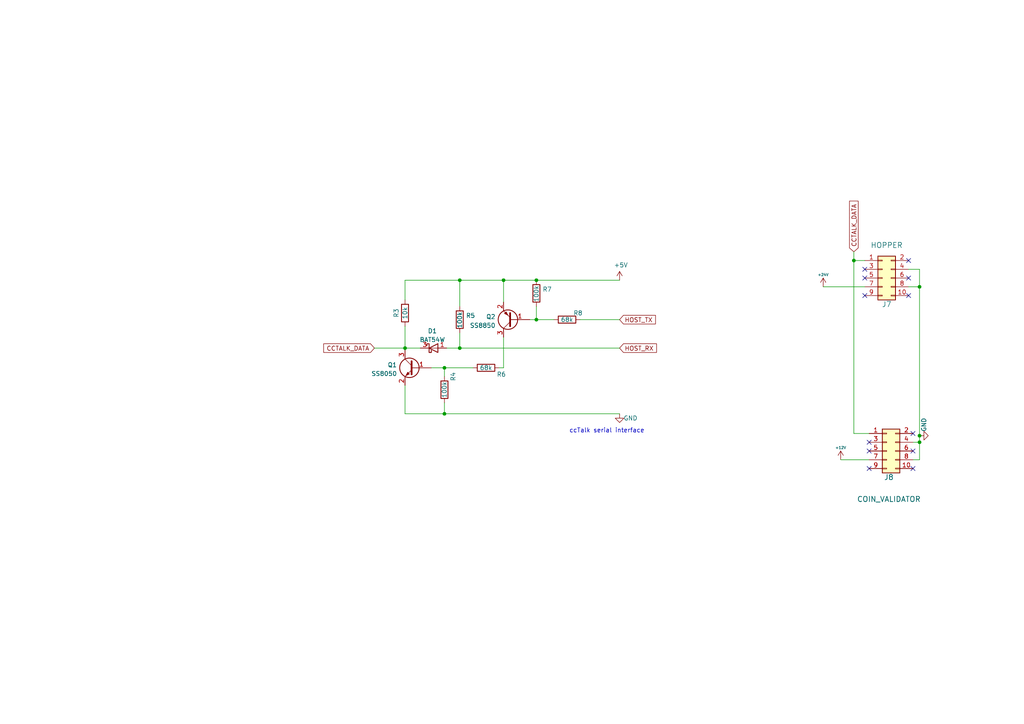
<source format=kicad_sch>
(kicad_sch (version 20211123) (generator eeschema)
  (paper "A4")
  (title_block (title "System22 CPU") (date "2022-09-28") (rev "1.0") (company "Woods Amusements"))
  (lib_symbols
    (symbol "Connector_Generic:Conn_02x05_Odd_Even" (pin_names (offset 1.016) hide)
      (property "Reference" "J" (at 1.27 7.62 0))
      (property "Value" "Conn_02x05_Odd_Even" (at 1.27 -7.62 0))
      (symbol "Conn_02x05_Odd_Even_1_1"
        (rectangle (start -1.27 -4.953) (end 0 -5.207) (stroke (width 0.1524)))
        (rectangle (start -1.27 -2.413) (end 0 -2.667) (stroke (width 0.1524)))
        (rectangle (start -1.27 0.127) (end 0 -0.127) (stroke (width 0.1524)))
        (rectangle (start -1.27 2.667) (end 0 2.413) (stroke (width 0.1524)))
        (rectangle (start -1.27 5.207) (end 0 4.953) (stroke (width 0.1524)))
        (rectangle (start -1.27 6.35) (end 3.81 -6.35) (stroke (width 0.254)) (fill (type background)))
        (rectangle (start 3.81 -4.953) (end 2.54 -5.207) (stroke (width 0.1524)))
        (rectangle (start 3.81 -2.413) (end 2.54 -2.667) (stroke (width 0.1524)))
        (rectangle (start 3.81 0.127) (end 2.54 -0.127) (stroke (width 0.1524)))
        (rectangle (start 3.81 2.667) (end 2.54 2.413) (stroke (width 0.1524)))
        (rectangle (start 3.81 5.207) (end 2.54 4.953) (stroke (width 0.1524)))
        (pin passive line (at -5.08 5.08 0) (length 3.81) (name "Pin_1") (number "1"))
        (pin passive line (at 7.62 -5.08 180) (length 3.81) (name "Pin_10") (number "10"))
        (pin passive line (at 7.62 5.08 180) (length 3.81) (name "Pin_2") (number "2"))
        (pin passive line (at -5.08 2.54 0) (length 3.81) (name "Pin_3") (number "3"))
        (pin passive line (at 7.62 2.54 180) (length 3.81) (name "Pin_4") (number "4"))
        (pin passive line (at -5.08 0 0) (length 3.81) (name "Pin_5") (number "5"))
        (pin passive line (at 7.62 0 180) (length 3.81) (name "Pin_6") (number "6"))
        (pin passive line (at -5.08 -2.54 0) (length 3.81) (name "Pin_7") (number "7"))
        (pin passive line (at 7.62 -2.54 180) (length 3.81) (name "Pin_8") (number "8"))
        (pin passive line (at -5.08 -5.08 0) (length 3.81) (name "Pin_9") (number "9"))
      )
    )
    (symbol "Device:R" (pin_numbers hide) (pin_names (offset 0))
      (property "Reference" "R" (at 2.032 0 90))
      (property "Value" "R" (at 0 0 90))
      (symbol "R_0_1"
        (rectangle (start -1.016 -2.54) (end 1.016 2.54) (stroke (width 0.254)))
      )
      (symbol "R_1_1"
        (pin passive line (at 0 3.81 270) (length 1.27) (name "~") (number "1"))
        (pin passive line (at 0 -3.81 90) (length 1.27) (name "~") (number "2"))
      )
    )
    (symbol "Diode:BAT54W" (pin_names (offset 1.016) hide)
      (property "Reference" "D" (at 0 2.54 0))
      (property "Value" "BAT54W" (at 0 -2.54 0))
      (symbol "BAT54W_0_1"
        (polyline (pts (xy 1.27 0) (xy -1.27 0)))
        (polyline (pts (xy 1.27 1.27) (xy 1.27 -1.27) (xy -1.27 0) (xy 1.27 1.27)) (stroke (width 0.254)))
        (polyline (pts (xy -1.905 0.635) (xy -1.905 1.27) (xy -1.27 1.27) (xy -1.27 -1.27) (xy -0.635 -1.27) (xy -0.635 -0.635)) (stroke (width 0.254)))
      )
      (symbol "BAT54W_1_1"
        (pin passive line (at 3.81 0 180) (length 2.54) (name "A") (number "1"))
        (pin no_connect line (at 0 0 90) (length 2.54) hide (name "NC") (number "2"))
        (pin passive line (at -3.81 0 0) (length 2.54) (name "K") (number "3"))
      )
    )
    (symbol "Transistor_BJT:BC846" (pin_names (offset 0) hide)
      (property "Reference" "Q" (at 5.08 1.905 0))
      (property "Value" "BC846" (at 5.08 0 0))
      (symbol "BC846_0_1"
        (polyline (pts (xy 0.635 0.635) (xy 2.54 2.54)))
        (polyline (pts (xy 0.635 -0.635) (xy 2.54 -2.54) (xy 2.54 -2.54)))
        (polyline (pts (xy 0.635 1.905) (xy 0.635 -1.905) (xy 0.635 -1.905)) (stroke (width 0.508)))
        (polyline (pts (xy 1.27 -1.778) (xy 1.778 -1.27) (xy 2.286 -2.286) (xy 1.27 -1.778) (xy 1.27 -1.778)) (fill (type outline)))
        (circle (center 1.27 0) (radius 2.8194) (stroke (width 0.254)))
      )
      (symbol "BC846_1_1"
        (pin input line (at -5.08 0 0) (length 5.715) (name "B") (number "1"))
        (pin passive line (at 2.54 -5.08 90) (length 2.54) (name "E") (number "2"))
        (pin passive line (at 2.54 5.08 270) (length 2.54) (name "C") (number "3"))
      )
    )
    (symbol "Transistor_BJT:BC856" (pin_names (offset 0) hide)
      (property "Reference" "Q" (at 5.08 1.905 0))
      (property "Value" "BC856" (at 5.08 0 0))
      (symbol "BC856_0_1"
        (polyline (pts (xy 0.635 0.635) (xy 2.54 2.54)))
        (polyline (pts (xy 0.635 -0.635) (xy 2.54 -2.54) (xy 2.54 -2.54)))
        (polyline (pts (xy 0.635 1.905) (xy 0.635 -1.905) (xy 0.635 -1.905)) (stroke (width 0.508)))
        (polyline (pts (xy 2.286 -1.778) (xy 1.778 -2.286) (xy 1.27 -1.27) (xy 2.286 -1.778) (xy 2.286 -1.778)) (fill (type outline)))
        (circle (center 1.27 0) (radius 2.8194) (stroke (width 0.254)))
      )
      (symbol "BC856_1_1"
        (pin input line (at -5.08 0 0) (length 5.715) (name "B") (number "1"))
        (pin passive line (at 2.54 -5.08 90) (length 2.54) (name "E") (number "2"))
        (pin passive line (at 2.54 5.08 270) (length 2.54) (name "C") (number "3"))
      )
    )
    (symbol "power:+12V" (power) (pin_names (offset 0))
      (property "Value" "+12V" (at 0 3.556 0))
      (symbol "+12V_0_1"
        (polyline (pts (xy -0.762 1.27) (xy 0 2.54)))
        (polyline (pts (xy 0 0) (xy 0 2.54)))
        (polyline (pts (xy 0 2.54) (xy 0.762 1.27)))
      )
      (symbol "+12V_1_1"
        (pin power_in line (at 0 0 90) (length 0) hide (name "+12V") (number "1"))
      )
    )
    (symbol "power:+24V" (power) (pin_names (offset 0))
      (property "Value" "+24V" (at 0 3.556 0))
      (symbol "+24V_0_1"
        (polyline (pts (xy -0.762 1.27) (xy 0 2.54)))
        (polyline (pts (xy 0 0) (xy 0 2.54)))
        (polyline (pts (xy 0 2.54) (xy 0.762 1.27)))
      )
      (symbol "+24V_1_1"
        (pin power_in line (at 0 0 90) (length 0) hide (name "+24V") (number "1"))
      )
    )
    (symbol "power:+5V" (power) (pin_names (offset 0))
      (property "Value" "+5V" (at 0 3.556 0))
      (symbol "+5V_0_1"
        (polyline (pts (xy -0.762 1.27) (xy 0 2.54)))
        (polyline (pts (xy 0 0) (xy 0 2.54)))
        (polyline (pts (xy 0 2.54) (xy 0.762 1.27)))
      )
      (symbol "+5V_1_1"
        (pin power_in line (at 0 0 90) (length 0) hide (name "+5V") (number "1"))
      )
    )
    (symbol "power:GND" (power) (pin_names (offset 0))
      (property "Value" "GND" (at 0 -3.81 0))
      (symbol "GND_0_1"
        (polyline (pts (xy 0 0) (xy 0 -1.27) (xy 1.27 -1.27) (xy 0 -2.54) (xy -1.27 -1.27) (xy 0 -1.27)))
      )
      (symbol "GND_1_1"
        (pin power_in line (at 0 0 270) (length 0) hide (name "GND") (number "1"))
      )
    )
  )
  (junction (at 146.05 81.28))
  (junction (at 266.7 128.27))
  (junction (at 133.35 81.28))
  (junction (at 133.35 100.965))
  (junction (at 117.475 100.965))
  (junction (at 155.575 81.28))
  (junction (at 128.905 120.015))
  (junction (at 247.65 75.565))
  (junction (at 266.7 83.185))
  (junction (at 128.905 106.68))
  (junction (at 155.575 92.71))
  (junction (at 266.7 126.365))
  (no_connect (at 263.525 75.565))
  (no_connect (at 264.795 125.73))
  (no_connect (at 263.525 85.725))
  (no_connect (at 250.825 78.105))
  (no_connect (at 263.525 80.645))
  (no_connect (at 250.825 80.645))
  (no_connect (at 252.095 130.81))
  (no_connect (at 252.095 128.27))
  (no_connect (at 250.825 85.725))
  (no_connect (at 264.795 130.81))
  (no_connect (at 264.795 135.89))
  (no_connect (at 252.095 135.89))
  (wire (pts (xy 266.7 128.27) (xy 266.7 126.365)))
  (wire (pts (xy 155.575 81.28) (xy 179.705 81.28)))
  (wire (pts (xy 264.795 133.35) (xy 266.7 133.35)))
  (wire (pts (xy 153.67 92.71) (xy 155.575 92.71)))
  (wire (pts (xy 129.54 100.965) (xy 133.35 100.965)))
  (wire (pts (xy 117.475 111.76) (xy 117.475 120.015)))
  (wire (pts (xy 144.78 106.68) (xy 146.05 106.68)))
  (wire (pts (xy 128.905 116.84) (xy 128.905 120.015)))
  (wire (pts (xy 117.475 81.28) (xy 133.35 81.28)))
  (wire (pts (xy 133.35 96.52) (xy 133.35 100.965)))
  (wire (pts (xy 146.05 97.79) (xy 146.05 106.68)))
  (wire (pts (xy 247.65 125.73) (xy 252.095 125.73)))
  (wire (pts (xy 266.7 83.185) (xy 266.7 126.365)))
  (wire (pts (xy 238.76 83.185) (xy 250.825 83.185)))
  (wire (pts (xy 117.475 94.615) (xy 117.475 100.965)))
  (wire (pts (xy 128.905 120.015) (xy 179.705 120.015)))
  (wire (pts (xy 243.84 133.35) (xy 252.095 133.35)))
  (wire (pts (xy 146.05 81.28) (xy 146.05 87.63)))
  (wire (pts (xy 108.585 100.965) (xy 117.475 100.965)))
  (wire (pts (xy 168.275 92.71) (xy 179.705 92.71)))
  (wire (pts (xy 155.575 92.71) (xy 160.655 92.71)))
  (wire (pts (xy 133.35 100.965) (xy 179.705 100.965)))
  (wire (pts (xy 266.7 78.105) (xy 266.7 83.185)))
  (wire (pts (xy 266.7 128.27) (xy 264.795 128.27)))
  (wire (pts (xy 128.905 106.68) (xy 125.095 106.68)))
  (wire (pts (xy 128.905 106.68) (xy 137.16 106.68)))
  (wire (pts (xy 117.475 120.015) (xy 128.905 120.015)))
  (wire (pts (xy 263.525 83.185) (xy 266.7 83.185)))
  (wire (pts (xy 146.05 81.28) (xy 155.575 81.28)))
  (wire (pts (xy 247.65 125.73) (xy 247.65 75.565)))
  (wire (pts (xy 133.35 88.9) (xy 133.35 81.28)))
  (wire (pts (xy 117.475 100.965) (xy 121.92 100.965)))
  (wire (pts (xy 133.35 81.28) (xy 146.05 81.28)))
  (wire (pts (xy 266.7 133.35) (xy 266.7 128.27)))
  (wire (pts (xy 247.65 75.565) (xy 247.65 73.025)))
  (wire (pts (xy 247.65 75.565) (xy 250.825 75.565)))
  (wire (pts (xy 263.525 78.105) (xy 266.7 78.105)))
  (wire (pts (xy 117.475 101.6) (xy 117.475 100.965)))
  (wire (pts (xy 128.905 109.22) (xy 128.905 106.68)))
  (wire (pts (xy 117.475 81.28) (xy 117.475 86.995)))
  (wire (pts (xy 155.575 88.9) (xy 155.575 92.71)))
  (text "ccTalk serial interface" (at 165.1 125.73 0) (effects (font (size 1.27 1.27)) (justify left bottom)))
  (global_label "CCTALK_DATA" (shape input) (at 247.65 73.025 90) (property "Intersheet References" "${INTERSHEET_REFS}" (effects hide)))
  (global_label "CCTALK_DATA" (shape input) (at 108.585 100.965 180) (property "Intersheet References" "${INTERSHEET_REFS}" (effects hide)))
  (global_label "HOST_TX" (shape input) (at 179.705 92.71 0) (property "Intersheet References" "${INTERSHEET_REFS}" (effects hide)))
  (global_label "HOST_RX" (shape input) (at 179.705 100.965 0) (property "Intersheet References" "${INTERSHEET_REFS}" (effects hide)))
  (symbol (lib_id "Diode:BAT54W") (at 125.73 100.965 0) (unit 1)
    (property "Reference" "D1" (at 125.4125 95.9952 0))
    (property "Value" "BAT54W" (at 125.4125 98.5321 0))
    (property "Footprint" "Package_TO_SOT_SMD:SOT-323_SC-70" (effects hide))
    (property "Datasheet" "https://assets.nexperia.com/documents/data-sheet/BAT54W_SER.pdf" (effects hide))
  )
  (symbol (lib_id "Transistor_BJT:BC856") (at 148.59 92.71 180) (unit 1)
    (property "Reference" "Q2" (at 143.7386 91.8753 0) (effects (justify left)))
    (property "Value" "SS8850" (at 143.7386 94.4122 0) (effects (justify left)))
    (property "Footprint" "Package_TO_SOT_SMD:SOT-23" (effects hide))
    (property "Datasheet" "https://datasheet.lcsc.com/lcsc/1810161212_Jiangsu-Changjing-Electronics-Technology-Co---Ltd--SS8550-Y2_C8542.pdf" (effects hide))
    (property "LCSC" "C8542" (effects hide))
    (property "JLC" "SOT-23-3" (effects hide))
    (property "MPN" "SS8550 Y2" (effects hide))
  )
  (symbol (lib_id "power:GND") (at 266.7 126.365 90) (unit 1)
    (property "Reference" "#PWR05" (effects hide))
    (property "Value" "GND" (at 267.97 123.19 0))
  )
  (symbol (lib_id "Device:R") (at 128.905 113.03 180) (unit 1)
    (property "Reference" "R4" (at 131.445 109.22 90))
    (property "Value" "100k" (at 128.905 113.03 90))
    (property "Footprint" "Resistor_SMD:R_0805_2012Metric" (effects hide))
    (property "LCSC" "C280011" (effects hide))
    (property "JLC" "0805" (effects hide))
    (property "MPN" "0805W8F100KT5E" (effects hide))
    (property "Manufacturer" " UNI-ROYAL(Uniroyal Elec)" (effects hide))
  )
  (symbol (lib_id "Device:R") (at 117.475 90.805 0) (unit 1)
    (property "Reference" "R3" (at 114.935 90.805 90))
    (property "Value" "10k" (at 117.475 90.805 90))
    (property "Footprint" "Resistor_SMD:R_0603_1608Metric" (effects hide))
    (property "LCSC" "C25804" (effects hide))
    (property "JLC" "0603" (effects hide))
    (property "Description" "100mW Thick Film Resistors 75V ±100ppm/℃ ±1% -55℃~+155℃ 10kΩ 0603 Chip Resistor - Surface Mount ROHS" (effects hide))
    (property "MPN" "0603WAF1002T5E" (effects hide))
    (property "Manufacturer" "UNI-ROYAL(Uniroyal Elec)" (effects hide))
  )
  (symbol (lib_id "power:+12V") (at 243.84 133.35 0) (unit 1)
    (property "Reference" "#PWR04" (effects hide))
    (property "Value" "+12V" (at 243.84 129.8448 0) (effects (font (size 0.762 0.762))))
  )
  (symbol (lib_id "power:+5V") (at 179.705 81.28 0) (unit 1)
    (property "Reference" "#PWR02" (effects hide))
    (property "Value" "+5V" (at 180.086 76.8858 0))
  )
  (symbol (lib_id "power:GND") (at 179.705 120.015 0) (unit 1)
    (property "Reference" "#PWR03" (effects hide))
    (property "Value" "GND" (at 182.88 121.285 0))
  )
  (symbol (lib_id "Connector_Generic:Conn_02x05_Odd_Even") (at 257.175 130.81 0) (unit 1)
    (property "Reference" "J8" (at 257.81 138.43 0) (effects (font (size 1.524 1.524))))
    (property "Value" "COIN_VALIDATOR" (at 257.81 144.78 0) (effects (font (size 1.524 1.524))))
    (property "Footprint" "Connector_IDC:IDC-Header_2x05_P2.54mm_Vertical" (effects hide))
    (property "Description" "2.54mm Straight 5 Push - Pull 2.54mm 2 Plugin,P=2.54mm IDC Connectors ROHS" (effects hide))
    (property "Manufacturer" "BOOMELE(Boom Precision Elec)" (effects hide))
  )
  (symbol (lib_id "Device:R") (at 164.465 92.71 270) (unit 1)
    (property "Reference" "R8" (at 167.64 90.805 90))
    (property "Value" "68k" (at 164.465 92.71 90))
    (property "Footprint" "Resistor_SMD:R_0805_2012Metric" (effects hide))
    (property "LCSC" "C17801" (effects hide))
    (property "JLC" "0805" (effects hide))
  )
  (symbol (lib_id "power:+24V") (at 238.76 83.185 0) (unit 1)
    (property "Reference" "#PWR06" (effects hide))
    (property "Value" "+24V" (at 238.76 79.6798 0) (effects (font (size 0.762 0.762))))
  )
  (symbol (lib_id "Transistor_BJT:BC846") (at 120.015 106.68 0) (mirror y) (unit 1)
    (property "Reference" "Q1" (at 115.1636 105.8453 0) (effects (justify left)))
    (property "Value" "SS8050" (at 115.1636 108.3822 0) (effects (justify left)))
    (property "Footprint" "Package_TO_SOT_SMD:SOT-23" (effects hide))
    (property "Datasheet" "https://datasheet.lcsc.com/lcsc/1811052004_Jiangsu-Changjing-Electronics-Technology-Co---Ltd--SS8050_C2150.pdf" (effects hide))
    (property "LCSC" "C2150" (effects hide))
    (property "JLC" "SOT-23-3" (effects hide))
  )
  (symbol (lib_id "Device:R") (at 133.35 92.71 0) (unit 1)
    (property "Reference" "R5" (at 135.128 91.5416 0) (effects (justify left)))
    (property "Value" "100k" (at 133.35 95.25 90) (effects (justify left)))
    (property "Footprint" "Resistor_SMD:R_0805_2012Metric" (effects hide))
    (property "LCSC" "C280011" (effects hide))
    (property "JLC" "0805" (effects hide))
    (property "MPN" "0805W8F100KT5E" (effects hide))
    (property "Manufacturer" " UNI-ROYAL(Uniroyal Elec)" (effects hide))
  )
  (symbol (lib_id "Connector_Generic:Conn_02x05_Odd_Even") (at 255.905 80.645 0) (unit 1)
    (property "Reference" "J7" (at 257.175 88.265 0) (effects (font (size 1.524 1.524))))
    (property "Value" "HOPPER" (at 257.175 71.12 0) (effects (font (size 1.524 1.524))))
    (property "Footprint" "Connector_IDC:IDC-Header_2x05_P2.54mm_Vertical" (effects hide))
    (property "Description" "2.54mm Straight 5 Push - Pull 2.54mm 2 Plugin,P=2.54mm IDC Connectors ROHS" (effects hide))
    (property "Manufacturer" "BOOMELE(Boom Precision Elec)" (effects hide))
  )
  (symbol (lib_id "Device:R") (at 140.97 106.68 270) (unit 1)
    (property "Reference" "R6" (at 145.415 108.585 90))
    (property "Value" "68k" (at 140.97 106.68 90))
    (property "Footprint" "Resistor_SMD:R_0805_2012Metric" (effects hide))
    (property "LCSC" "C17801" (effects hide))
    (property "JLC" "0805" (effects hide))
  )
  (symbol (lib_id "Device:R") (at 155.575 85.09 0) (unit 1)
    (property "Reference" "R7" (at 157.353 83.9216 0) (effects (justify left)))
    (property "Value" "100k" (at 155.575 87.63 90) (effects (justify left)))
    (property "Footprint" "Resistor_SMD:R_0805_2012Metric" (effects hide))
    (property "LCSC" "C280011" (effects hide))
    (property "JLC" "0805" (effects hide))
    (property "MPN" "0805W8F100KT5E" (effects hide))
    (property "Manufacturer" " UNI-ROYAL(Uniroyal Elec)" (effects hide))
  )
)
</source>
